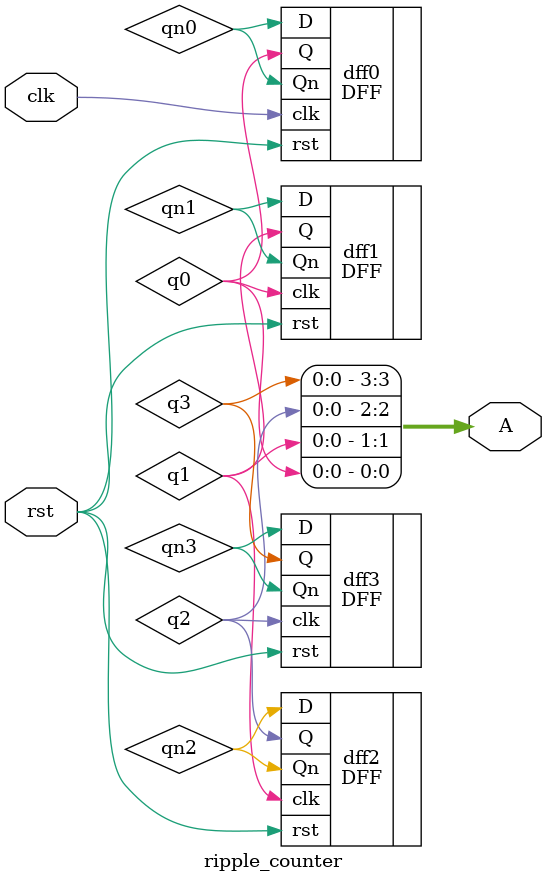
<source format=v>
module ripple_counter
(
	clk,
	rst,
	A
);

	input clk, rst;
	output [3:0] A;

	wire q0, qn0, q1, qn1, q2, qn2, q3, qn3;

	DFF dff0(.D(qn0), .clk(clk), .rst(rst), .Q(q0), .Qn(qn0));
	DFF dff1(.D(qn1), .clk(q0), .rst(rst), .Q(q1), .Qn(qn1));
	DFF dff2(.D(qn2), .clk(q1), .rst(rst), .Q(q2), .Qn(qn2));
	DFF dff3(.D(qn3), .clk(q2), .rst(rst), .Q(q3), .Qn(qn3));

	assign A = {q3, q2, q1, q0};

endmodule

</source>
